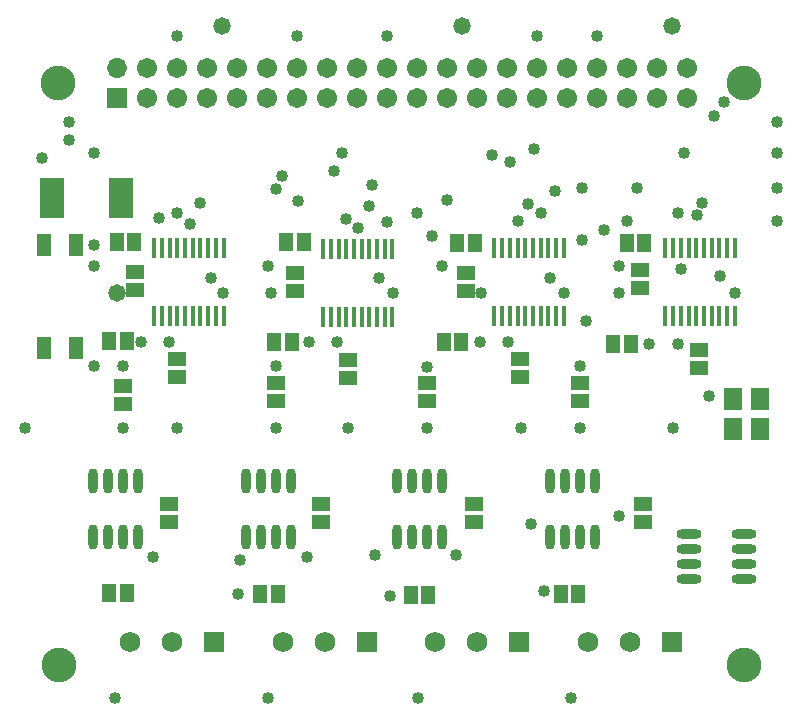
<source format=gts>
G04 Layer_Color=8388736*
%FSLAX25Y25*%
%MOIN*%
G70*
G01*
G75*
%ADD16R,0.01600X0.07000*%
%ADD40R,0.05131X0.06312*%
%ADD41R,0.06312X0.05131*%
%ADD42O,0.03162X0.08280*%
%ADD43R,0.05131X0.07493*%
%ADD44R,0.08083X0.13300*%
%ADD45O,0.08280X0.03162*%
%ADD46R,0.06300X0.07200*%
%ADD47R,0.06800X0.06800*%
%ADD48C,0.06800*%
%ADD49C,0.11600*%
%ADD50R,0.06706X0.06706*%
%ADD51O,0.06706X0.06706*%
%ADD52C,0.06706*%
%ADD53C,0.04000*%
%ADD54C,0.05800*%
D16*
X482968Y312400D02*
D03*
X485527D02*
D03*
X488087D02*
D03*
X490646D02*
D03*
X493205D02*
D03*
X495764D02*
D03*
X498323D02*
D03*
X500882D02*
D03*
X503441D02*
D03*
X506000D02*
D03*
Y335000D02*
D03*
X503441D02*
D03*
X500882D02*
D03*
X498323D02*
D03*
X495764D02*
D03*
X493205D02*
D03*
X490646D02*
D03*
X488087D02*
D03*
X485527D02*
D03*
X482968D02*
D03*
X425968Y312400D02*
D03*
X428527D02*
D03*
X431087D02*
D03*
X433646D02*
D03*
X436205D02*
D03*
X438764D02*
D03*
X441323D02*
D03*
X443882D02*
D03*
X446441D02*
D03*
X449000D02*
D03*
Y335000D02*
D03*
X446441D02*
D03*
X443882D02*
D03*
X441323D02*
D03*
X438764D02*
D03*
X436205D02*
D03*
X433646D02*
D03*
X431087D02*
D03*
X428527D02*
D03*
X425968D02*
D03*
X368900Y312050D02*
D03*
X371459D02*
D03*
X374018D02*
D03*
X376577D02*
D03*
X379136D02*
D03*
X381695D02*
D03*
X384254D02*
D03*
X386813D02*
D03*
X389372D02*
D03*
X391932D02*
D03*
Y334650D02*
D03*
X389372D02*
D03*
X386813D02*
D03*
X384254D02*
D03*
X381695D02*
D03*
X379136D02*
D03*
X376577D02*
D03*
X374018D02*
D03*
X371459D02*
D03*
X368900D02*
D03*
X312605Y334950D02*
D03*
X315164D02*
D03*
X317723D02*
D03*
X320282D02*
D03*
X322841D02*
D03*
X325400D02*
D03*
X327959D02*
D03*
X330518D02*
D03*
X333077D02*
D03*
X335636D02*
D03*
Y312350D02*
D03*
X333077D02*
D03*
X330518D02*
D03*
X327959D02*
D03*
X325400D02*
D03*
X322841D02*
D03*
X320282D02*
D03*
X317723D02*
D03*
X315164D02*
D03*
X312605D02*
D03*
D40*
X475953Y336500D02*
D03*
X470047D02*
D03*
X419453D02*
D03*
X413547D02*
D03*
X362453Y337000D02*
D03*
X356547D02*
D03*
X305953Y337000D02*
D03*
X300047D02*
D03*
X471453Y303000D02*
D03*
X465547D02*
D03*
X414953Y303500D02*
D03*
X409047D02*
D03*
X358500Y303500D02*
D03*
X352594D02*
D03*
X297547Y304000D02*
D03*
X303453D02*
D03*
X453905Y219500D02*
D03*
X448000D02*
D03*
X403905Y219370D02*
D03*
X398000D02*
D03*
X353776Y219500D02*
D03*
X347870D02*
D03*
X303453Y220000D02*
D03*
X297547D02*
D03*
D41*
X474500Y321547D02*
D03*
Y327453D02*
D03*
X416500Y320547D02*
D03*
Y326453D02*
D03*
X359500Y320547D02*
D03*
Y326453D02*
D03*
X306000Y321047D02*
D03*
Y326953D02*
D03*
X475500Y243547D02*
D03*
Y249453D02*
D03*
X494000Y300953D02*
D03*
Y295047D02*
D03*
X434500Y298000D02*
D03*
Y292094D02*
D03*
X377000Y297453D02*
D03*
Y291547D02*
D03*
X320000Y297953D02*
D03*
Y292047D02*
D03*
X302000Y288953D02*
D03*
Y283047D02*
D03*
X454500Y289953D02*
D03*
Y284047D02*
D03*
X403500Y289953D02*
D03*
Y284047D02*
D03*
X353000Y290000D02*
D03*
Y284095D02*
D03*
X419000Y243547D02*
D03*
Y249453D02*
D03*
X368000Y243547D02*
D03*
Y249453D02*
D03*
X317500Y243547D02*
D03*
Y249453D02*
D03*
D42*
X444500Y238748D02*
D03*
X449500D02*
D03*
X454500D02*
D03*
X459500D02*
D03*
X444500Y257252D02*
D03*
X449500D02*
D03*
X454500D02*
D03*
X459500D02*
D03*
X393500Y238748D02*
D03*
X398500D02*
D03*
X403500D02*
D03*
X408500D02*
D03*
X393500Y257252D02*
D03*
X398500D02*
D03*
X403500D02*
D03*
X408500D02*
D03*
X343000Y238748D02*
D03*
X348000D02*
D03*
X353000D02*
D03*
X358000D02*
D03*
X343000Y257252D02*
D03*
X348000D02*
D03*
X353000D02*
D03*
X358000D02*
D03*
X292000Y238748D02*
D03*
X297000D02*
D03*
X302000D02*
D03*
X307000D02*
D03*
X292000Y257252D02*
D03*
X297000D02*
D03*
X302000D02*
D03*
X307000D02*
D03*
D43*
X286315Y301500D02*
D03*
X275685D02*
D03*
X286315Y336000D02*
D03*
X275685D02*
D03*
D44*
X301441Y351500D02*
D03*
X278500D02*
D03*
D45*
X509252Y224500D02*
D03*
Y229500D02*
D03*
Y234500D02*
D03*
Y239500D02*
D03*
X490748Y224500D02*
D03*
Y229500D02*
D03*
Y234500D02*
D03*
Y239500D02*
D03*
D46*
X505500Y274500D02*
D03*
X514500D02*
D03*
X505500Y284500D02*
D03*
X514500D02*
D03*
D47*
X485000Y203500D02*
D03*
X434000D02*
D03*
X383500D02*
D03*
X332500D02*
D03*
D48*
X471000D02*
D03*
X457000D02*
D03*
X420000D02*
D03*
X406000D02*
D03*
X369500D02*
D03*
X355500D02*
D03*
X304500D02*
D03*
X318500D02*
D03*
D49*
X509173Y390000D02*
D03*
X280500D02*
D03*
X509173Y195835D02*
D03*
X280827D02*
D03*
D50*
X300000Y385000D02*
D03*
D51*
Y395000D02*
D03*
D52*
X310000Y385000D02*
D03*
Y395000D02*
D03*
X320000Y385000D02*
D03*
Y395000D02*
D03*
X330000Y385000D02*
D03*
Y395000D02*
D03*
X340000Y385000D02*
D03*
Y395000D02*
D03*
X350000Y385000D02*
D03*
Y395000D02*
D03*
X360000Y385000D02*
D03*
Y395000D02*
D03*
X370000Y385000D02*
D03*
Y395000D02*
D03*
X380000Y385000D02*
D03*
Y395000D02*
D03*
X390000Y385000D02*
D03*
Y395000D02*
D03*
X400000Y385000D02*
D03*
Y395000D02*
D03*
X410000Y385000D02*
D03*
Y395000D02*
D03*
X420000Y385000D02*
D03*
Y395000D02*
D03*
X430000Y385000D02*
D03*
Y395000D02*
D03*
X440000Y385000D02*
D03*
Y395000D02*
D03*
X450000Y385000D02*
D03*
Y395000D02*
D03*
X460000Y385000D02*
D03*
Y395000D02*
D03*
X470000Y385000D02*
D03*
Y395000D02*
D03*
X480000Y385000D02*
D03*
Y395000D02*
D03*
X490000Y385000D02*
D03*
Y395000D02*
D03*
D53*
X284000Y371000D02*
D03*
Y377000D02*
D03*
X456405Y310500D02*
D03*
X489000Y366500D02*
D03*
X499000Y379000D02*
D03*
X502500Y383500D02*
D03*
X320000Y405500D02*
D03*
X360000D02*
D03*
X390000D02*
D03*
X440000D02*
D03*
X460000D02*
D03*
X501000Y325500D02*
D03*
X444500Y325000D02*
D03*
X387500D02*
D03*
X331500D02*
D03*
X473500Y355000D02*
D03*
X405000Y339000D02*
D03*
X314000Y345000D02*
D03*
X520000Y344000D02*
D03*
Y355000D02*
D03*
Y366500D02*
D03*
Y377000D02*
D03*
X495000Y350000D02*
D03*
X493500Y346000D02*
D03*
X487000Y346500D02*
D03*
X488000Y328000D02*
D03*
X431087Y363500D02*
D03*
X446000Y354000D02*
D03*
X425000Y366000D02*
D03*
X324500Y343000D02*
D03*
X320282Y346500D02*
D03*
X408500Y329000D02*
D03*
X350500D02*
D03*
X467500Y319932D02*
D03*
X421500D02*
D03*
X351500D02*
D03*
X506000Y320000D02*
D03*
X449000D02*
D03*
X392000D02*
D03*
X335500D02*
D03*
X434750Y274953D02*
D03*
X467500Y329000D02*
D03*
X292500D02*
D03*
X413000Y232500D02*
D03*
X391000Y219000D02*
D03*
X497500Y285453D02*
D03*
X485500Y275000D02*
D03*
X477500Y303000D02*
D03*
X487000D02*
D03*
X454500Y275000D02*
D03*
X308000Y303500D02*
D03*
X377000Y275000D02*
D03*
X430500Y303500D02*
D03*
X421000D02*
D03*
X373500D02*
D03*
X364000D02*
D03*
X320000Y275000D02*
D03*
X317500Y303500D02*
D03*
X302000Y295500D02*
D03*
Y275000D02*
D03*
X353000D02*
D03*
X403500D02*
D03*
X269500D02*
D03*
X454500Y295500D02*
D03*
X403500Y295370D02*
D03*
X353000Y295500D02*
D03*
X386250Y232500D02*
D03*
X341000Y231000D02*
D03*
X451500Y185000D02*
D03*
X400500D02*
D03*
X350500D02*
D03*
X299500D02*
D03*
X467500Y245500D02*
D03*
X442500Y220500D02*
D03*
X438000Y243000D02*
D03*
X363500Y232000D02*
D03*
X340630Y219500D02*
D03*
X312000Y232000D02*
D03*
X292500Y336000D02*
D03*
X275000Y365000D02*
D03*
X292500Y295500D02*
D03*
X390000Y343500D02*
D03*
X400000Y346500D02*
D03*
X470000Y344000D02*
D03*
X455000Y337500D02*
D03*
X462500Y341000D02*
D03*
X433646Y344000D02*
D03*
X455000Y355000D02*
D03*
X441323Y346500D02*
D03*
X439000Y368000D02*
D03*
X437234Y349500D02*
D03*
X327959Y350000D02*
D03*
X384254Y349000D02*
D03*
X410000Y351000D02*
D03*
X380500Y341500D02*
D03*
X376577Y344500D02*
D03*
X372500Y360500D02*
D03*
X385000Y356071D02*
D03*
X355000Y359000D02*
D03*
X360500Y350500D02*
D03*
X375000Y366500D02*
D03*
X292500D02*
D03*
X353000Y354500D02*
D03*
X292500Y366500D02*
D03*
D54*
X300000Y320000D02*
D03*
X485000Y409000D02*
D03*
X415000D02*
D03*
X335000D02*
D03*
M02*

</source>
